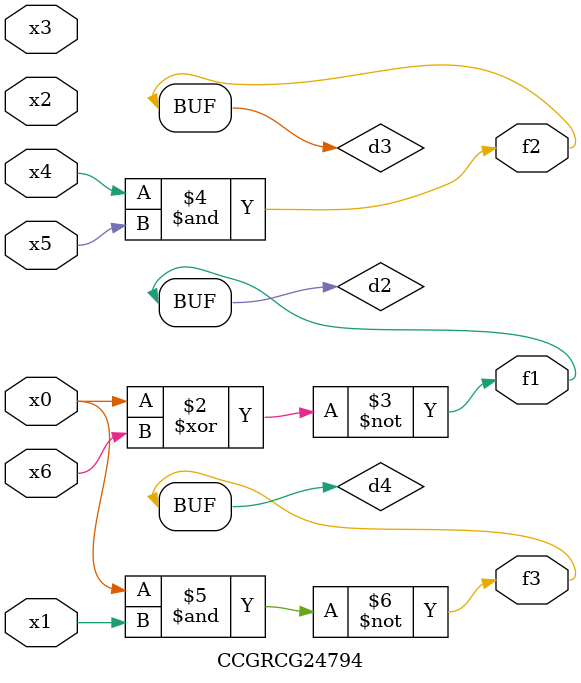
<source format=v>
module CCGRCG24794(
	input x0, x1, x2, x3, x4, x5, x6,
	output f1, f2, f3
);

	wire d1, d2, d3, d4;

	nor (d1, x0);
	xnor (d2, x0, x6);
	and (d3, x4, x5);
	nand (d4, x0, x1);
	assign f1 = d2;
	assign f2 = d3;
	assign f3 = d4;
endmodule

</source>
